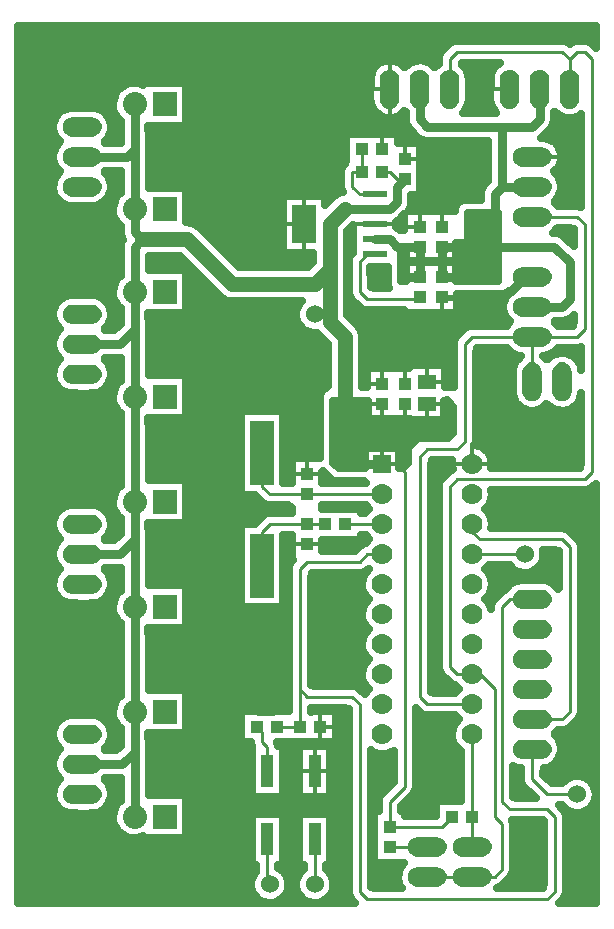
<source format=gtl>
G04 DipTrace 2.3.1.0*
%INTop.gbr*%
%MOIN*%
%ADD14C,0.01*%
%ADD15C,0.03*%
%ADD16C,0.05*%
%ADD17C,0.025*%
%ADD18C,0.013*%
%ADD19R,0.0394X0.1083*%
%ADD20R,0.0591X0.0512*%
%ADD21R,0.0394X0.0433*%
%ADD22R,0.0433X0.0394*%
%ADD25C,0.08*%
%ADD26R,0.08X0.08*%
%ADD29C,0.06*%
%ADD31R,0.0591X0.0591*%
%ADD32C,0.07*%
%ADD33R,0.0787X0.0236*%
%ADD34R,0.0787X0.126*%
%ADD35R,0.0787X0.2165*%
%FSLAX44Y44*%
G04*
G70*
G90*
G75*
G01*
%LNTop*%
%LPD*%
X16440Y28690D2*
D14*
X16690D1*
X16940Y28440D1*
X17190D1*
X16190Y27440D2*
D15*
X16690D1*
X16940Y27690D1*
Y28190D1*
X17190Y28440D1*
X16190Y27440D2*
X15190D1*
D16*
X14690Y26940D1*
Y25440D1*
Y23690D1*
X15190Y23190D1*
Y19190D1*
D15*
X15440Y18940D1*
X16440D1*
X8190Y27440D2*
Y26690D1*
X8440Y26440D1*
D16*
X9940D1*
X11440Y24940D1*
X14190D1*
X14690Y25440D1*
X6440Y22940D2*
D15*
X7690D1*
X8190Y23440D1*
Y24690D1*
X6440Y29190D2*
X7940D1*
X8190Y29440D1*
Y30940D1*
X6440Y15940D2*
X7690D1*
X8190Y16440D1*
Y17690D1*
X14190Y23940D2*
D14*
X14440D1*
X14690Y23690D1*
X8190Y27440D2*
D15*
Y29440D1*
X8440Y26440D2*
X8190Y26190D1*
Y24690D1*
Y21190D1*
Y17690D1*
X8263Y14263D2*
D14*
X8190Y14190D1*
D15*
Y16440D1*
Y14190D2*
Y10690D1*
Y9350D1*
Y7190D1*
X6440Y8940D2*
X7780D1*
X8190Y9350D1*
X16440Y18940D2*
D14*
X16940D1*
X17190Y18690D1*
Y8190D1*
X16690Y7690D1*
Y6859D1*
X18440D1*
X18771Y7190D1*
X21440Y25190D2*
X21190D1*
D15*
X20690Y24690D1*
D14*
X19190D1*
X18940Y24440D1*
X18521D1*
X18440Y24521D1*
X21440Y9440D2*
Y8440D1*
X21940Y7940D1*
X22940D1*
X16690Y6190D2*
X17940D1*
X14521Y16940D2*
X13940D1*
X12440Y15565D2*
Y16690D1*
X12690Y16940D1*
X13940D1*
X12615Y6440D2*
Y5015D1*
X12690Y4940D1*
X14190Y6440D2*
Y4940D1*
X16190Y27940D2*
X15690D1*
X15440Y28190D1*
Y28690D1*
X15771D1*
Y29440D2*
Y28690D1*
X16190Y25940D2*
X15940D1*
X15690Y25690D1*
Y24690D1*
X15940Y24440D1*
X17609D1*
X17690Y24521D1*
X12615Y8704D2*
Y9515D1*
X12440Y9690D1*
Y10021D1*
X12271Y10190D1*
X21440Y10440D2*
X22440D1*
X22690Y10690D1*
Y16190D1*
X22440Y16440D1*
X19690D1*
X19440Y16690D1*
Y16948D1*
X19432Y16940D1*
Y15940D2*
X21190D1*
X12940Y10190D2*
X13690D1*
Y11436D1*
Y15440D1*
X13940Y15690D1*
X15690D1*
X15940Y15940D1*
X16440D1*
X21440Y14440D2*
X20690D1*
X20440Y14190D1*
Y7690D1*
X20690Y7440D1*
X21940D1*
X22190Y7190D1*
Y4690D1*
X21940Y4440D1*
X15940D1*
X15690Y4690D1*
Y10940D1*
X15440Y11190D1*
X13936D1*
X13690Y11436D1*
X15190Y16940D2*
X16440D1*
X12440Y19305D2*
Y18190D1*
X12690Y17940D1*
X13940D1*
X16440D1*
X17940Y5190D2*
X19440D1*
X18690Y31440D2*
Y32440D1*
X18940Y32690D1*
X22440D1*
X22690Y32440D1*
Y31440D1*
Y32440D2*
X22940Y32690D1*
X23190D1*
X23440Y32440D1*
Y18690D1*
X23190Y18440D1*
X18940D1*
X18690Y18190D1*
Y12190D1*
X18940Y11940D1*
X19432D1*
X19440Y5190D2*
X20190D1*
X20440Y5440D1*
Y6940D1*
X20190Y7190D1*
Y11440D1*
X19690Y11940D1*
X19432D1*
X21440Y27190D2*
X22940D1*
X23190Y26940D1*
Y23440D1*
X22940Y23190D1*
X21440D1*
X19440D1*
X19190Y22940D1*
Y19690D1*
X18940Y19440D1*
X17940D1*
X17690Y19190D1*
Y11190D1*
X17940Y10940D1*
X19432D1*
X21440Y23190D2*
Y21690D1*
X19440Y7190D2*
Y6190D1*
X19432Y9940D2*
Y7198D1*
X19440Y7190D1*
X16190Y26440D2*
D15*
X16690D1*
X16940Y26190D1*
X17690D1*
X21440Y28190D2*
X20440D1*
X20190Y27940D1*
Y26198D1*
X22182D1*
X22690Y25690D1*
Y24440D1*
X22440Y24190D1*
X21440D1*
X20440Y28190D2*
Y30190D1*
X21440D1*
X21690Y30440D1*
Y31440D1*
X20440Y30190D2*
X17940D1*
X17690Y30440D1*
Y31440D1*
X14840Y20816D2*
D17*
X15952D1*
X18526D2*
X18790D1*
X14840Y20568D2*
X15952D1*
X18526D2*
X18790D1*
X14840Y20319D2*
X18790D1*
X14840Y20070D2*
X18790D1*
X14840Y19822D2*
X18620D1*
X14840Y19573D2*
X17370D1*
X14840Y19324D2*
X15854D1*
X17026D2*
X17292D1*
X14840Y19075D2*
X15854D1*
X17026D2*
X17292D1*
X15006Y18827D2*
X15854D1*
X17026D2*
X17127D1*
X18500Y21065D2*
Y20419D1*
X17380D1*
X17377Y20458D1*
X15978D1*
Y21065D1*
X14815D1*
Y18991D1*
X14994Y18813D1*
X15881Y18815D1*
X15880Y19500D1*
X17000D1*
Y18815D1*
X17139D1*
X17317Y18994D1*
Y19443D1*
X17352Y19528D1*
X17605Y19779D1*
X17690Y19815D1*
X18639D1*
X18817Y19994D1*
X18815Y20866D1*
X18616Y21067D1*
X18499Y21065D1*
X17940Y20940D2*
D18*
Y20420D1*
Y20940D2*
X18500D1*
X17190D2*
Y20459D1*
X16440Y20940D2*
Y20459D1*
X15979Y20940D2*
X16440D1*
Y19500D2*
Y18940D1*
X15880D2*
X17000D1*
X19338Y27066D2*
D17*
X20290D1*
X19338Y26818D2*
X20290D1*
X19338Y26569D2*
X20290D1*
X19252Y26320D2*
X20290D1*
X17092Y26072D2*
X17201D1*
X18928D2*
X20290D1*
X17090Y25823D2*
X17202D1*
X18928D2*
X20290D1*
X17090Y25574D2*
X17202D1*
X18928D2*
X20290D1*
X17090Y25325D2*
X17202D1*
X18928D2*
X20290D1*
X17090Y25077D2*
X17202D1*
X18928D2*
X20290D1*
X18152Y25709D2*
X17228Y25708D1*
Y26178D1*
X17163Y26120D1*
X17062Y26071D1*
X17065Y25690D1*
Y25065D1*
X17225D1*
X17228Y25308D1*
Y25672D1*
X18902D1*
Y25065D1*
X20315D1*
Y27315D1*
X19315D1*
Y26440D1*
X19254Y26335D1*
X19190Y26315D1*
X18905D1*
X18902Y26072D1*
Y25708D1*
X17978Y25709D1*
Y25672D1*
X18153D1*
X17690Y26190D2*
D15*
Y25709D1*
X17229Y26190D2*
X17690D1*
X18440D2*
Y25709D1*
Y26190D2*
X18901D1*
X18440Y25671D2*
Y25190D1*
X18901D1*
X17690Y25671D2*
Y25190D1*
X17229D2*
X17690D1*
X4340Y33316D2*
D17*
X23542D1*
X4340Y33068D2*
X23542D1*
X4340Y32819D2*
X18526D1*
X4340Y32570D2*
X18323D1*
X4340Y32322D2*
X16347D1*
X17033D2*
X17347D1*
X18033D2*
X18300D1*
X19111D2*
X20347D1*
X4340Y32073D2*
X16108D1*
X19272D2*
X20108D1*
X4340Y31824D2*
X16030D1*
X19350D2*
X20030D1*
X4340Y31575D2*
X7839D1*
X9932D2*
X16022D1*
X19358D2*
X20022D1*
X4340Y31327D2*
X7565D1*
X9932D2*
X16022D1*
X19358D2*
X20022D1*
X4340Y31078D2*
X7464D1*
X9932D2*
X16026D1*
X19354D2*
X20026D1*
X4340Y30829D2*
X6058D1*
X6822D2*
X7460D1*
X9932D2*
X16097D1*
X19283D2*
X20097D1*
X4340Y30581D2*
X5585D1*
X7295D2*
X7546D1*
X9932D2*
X16311D1*
X17069D2*
X17198D1*
X22182D2*
X22311D1*
X4340Y30332D2*
X5464D1*
X7416D2*
X7698D1*
X9932D2*
X17214D1*
X22166D2*
X23050D1*
X4340Y30083D2*
X5456D1*
X7424D2*
X7698D1*
X8682D2*
X17362D1*
X22018D2*
X23050D1*
X4340Y29835D2*
X5558D1*
X7322D2*
X7698D1*
X8682D2*
X15214D1*
X16998D2*
X17616D1*
X21764D2*
X23050D1*
X4340Y29586D2*
X5593D1*
X8682D2*
X15214D1*
X17729D2*
X19948D1*
X22287D2*
X23050D1*
X4340Y29337D2*
X5468D1*
X8682D2*
X15214D1*
X17729D2*
X19948D1*
X22412D2*
X23050D1*
X4340Y29089D2*
X5456D1*
X8682D2*
X15214D1*
X17729D2*
X19948D1*
X22424D2*
X23050D1*
X4340Y28840D2*
X5554D1*
X8682D2*
X15081D1*
X17729D2*
X19948D1*
X22326D2*
X23050D1*
X4340Y28591D2*
X5597D1*
X7283D2*
X7698D1*
X8682D2*
X15050D1*
X17729D2*
X19948D1*
X22283D2*
X23050D1*
X4340Y28343D2*
X5468D1*
X7412D2*
X7698D1*
X8682D2*
X15050D1*
X17729D2*
X19909D1*
X22412D2*
X23050D1*
X4340Y28094D2*
X5456D1*
X7424D2*
X7698D1*
X9932D2*
X15061D1*
X17729D2*
X19726D1*
X22424D2*
X23050D1*
X4340Y27845D2*
X5550D1*
X7330D2*
X7577D1*
X9932D2*
X13093D1*
X14561D2*
X14772D1*
X17432D2*
X19698D1*
X22330D2*
X23050D1*
X4340Y27596D2*
X5847D1*
X7033D2*
X7468D1*
X9932D2*
X13093D1*
X17420D2*
X18894D1*
X22279D2*
X23050D1*
X4340Y27348D2*
X7456D1*
X9932D2*
X13093D1*
X4340Y27099D2*
X7538D1*
X9932D2*
X13093D1*
X17029D2*
X17150D1*
X4340Y26850D2*
X7698D1*
X10354D2*
X13093D1*
X16932D2*
X17151D1*
X4340Y26602D2*
X7710D1*
X10604D2*
X13093D1*
X15279D2*
X15456D1*
X22436D2*
X22800D1*
X4340Y26353D2*
X7729D1*
X10850D2*
X13093D1*
X15279D2*
X15456D1*
X22709D2*
X22800D1*
X4340Y26104D2*
X7698D1*
X11100D2*
X13093D1*
X15279D2*
X15456D1*
X4340Y25856D2*
X7698D1*
X8682D2*
X9702D1*
X11350D2*
X14101D1*
X4340Y25607D2*
X7698D1*
X8682D2*
X9948D1*
X11596D2*
X14034D1*
X4340Y25358D2*
X7698D1*
X9932D2*
X10198D1*
X16080D2*
X16601D1*
X4340Y25110D2*
X7585D1*
X9932D2*
X10448D1*
X16080D2*
X16601D1*
X4340Y24861D2*
X7472D1*
X9932D2*
X10694D1*
X16080D2*
X16608D1*
X4340Y24612D2*
X7456D1*
X9932D2*
X10944D1*
X18979D2*
X20612D1*
X4340Y24364D2*
X5616D1*
X7264D2*
X7530D1*
X9932D2*
X13718D1*
X15279D2*
X15476D1*
X18979D2*
X20476D1*
X4340Y24115D2*
X5476D1*
X7404D2*
X7698D1*
X9932D2*
X13577D1*
X15279D2*
X15749D1*
X18979D2*
X20452D1*
X4340Y23866D2*
X5452D1*
X7428D2*
X7698D1*
X8682D2*
X13554D1*
X15338D2*
X20534D1*
X4340Y23617D2*
X5534D1*
X7346D2*
X7686D1*
X8682D2*
X13640D1*
X15588D2*
X20616D1*
X22264D2*
X22800D1*
X4340Y23369D2*
X5620D1*
X8682D2*
X13936D1*
X15752D2*
X19077D1*
X4340Y23120D2*
X5479D1*
X8682D2*
X14436D1*
X15779D2*
X18847D1*
X4340Y22871D2*
X5452D1*
X8682D2*
X14601D1*
X15779D2*
X18800D1*
X4340Y22623D2*
X5534D1*
X8682D2*
X14601D1*
X15779D2*
X18800D1*
X19580D2*
X20800D1*
X22080D2*
X22222D1*
X22658D2*
X23050D1*
X4340Y22374D2*
X5624D1*
X7256D2*
X7698D1*
X8682D2*
X14601D1*
X15779D2*
X18800D1*
X19580D2*
X20886D1*
X4340Y22125D2*
X5479D1*
X7401D2*
X7698D1*
X8682D2*
X14601D1*
X15779D2*
X15900D1*
X18576D2*
X18800D1*
X19580D2*
X20788D1*
X4340Y21877D2*
X5452D1*
X7428D2*
X7698D1*
X9932D2*
X14601D1*
X15779D2*
X15900D1*
X18576D2*
X18800D1*
X19580D2*
X20772D1*
X4340Y21628D2*
X5530D1*
X7350D2*
X7601D1*
X9932D2*
X14601D1*
X15779D2*
X15900D1*
X18576D2*
X18800D1*
X19580D2*
X20772D1*
X4340Y21379D2*
X5788D1*
X7092D2*
X7476D1*
X9932D2*
X14413D1*
X19580D2*
X20772D1*
X4340Y21131D2*
X7452D1*
X9932D2*
X14351D1*
X19580D2*
X20819D1*
X4340Y20882D2*
X7519D1*
X9932D2*
X14351D1*
X19580D2*
X20999D1*
X21881D2*
X21998D1*
X22881D2*
X23050D1*
X4340Y20633D2*
X7698D1*
X9932D2*
X11706D1*
X13174D2*
X14351D1*
X19580D2*
X23050D1*
X4340Y20385D2*
X7698D1*
X8682D2*
X11706D1*
X13174D2*
X14351D1*
X19580D2*
X23050D1*
X4340Y20136D2*
X7698D1*
X8682D2*
X11706D1*
X13174D2*
X14351D1*
X19580D2*
X23050D1*
X4340Y19887D2*
X7698D1*
X8682D2*
X11706D1*
X13174D2*
X14351D1*
X19580D2*
X23050D1*
X4340Y19638D2*
X7698D1*
X8682D2*
X11706D1*
X13174D2*
X14351D1*
X19576D2*
X23050D1*
X4340Y19390D2*
X7698D1*
X8682D2*
X11706D1*
X13174D2*
X14351D1*
X19947D2*
X23050D1*
X4340Y19141D2*
X7698D1*
X8682D2*
X11706D1*
X13174D2*
X14351D1*
X20092D2*
X23050D1*
X4340Y18892D2*
X7698D1*
X8682D2*
X11706D1*
X13174D2*
X13401D1*
X18080D2*
X18745D1*
X20119D2*
X23050D1*
X4340Y18644D2*
X7698D1*
X8682D2*
X11706D1*
X13174D2*
X13401D1*
X18080D2*
X18604D1*
X4340Y18395D2*
X7698D1*
X9932D2*
X11706D1*
X13174D2*
X13401D1*
X14479D2*
X14804D1*
X18080D2*
X18362D1*
X4340Y18146D2*
X7616D1*
X9932D2*
X11706D1*
X18080D2*
X18300D1*
X23432D2*
X23542D1*
X4340Y17898D2*
X7479D1*
X9932D2*
X12190D1*
X18080D2*
X18300D1*
X20119D2*
X23542D1*
X4340Y17649D2*
X7452D1*
X9932D2*
X12444D1*
X18080D2*
X18300D1*
X20057D2*
X23542D1*
X4340Y17400D2*
X5644D1*
X7236D2*
X7511D1*
X9932D2*
X13401D1*
X15748D2*
X15936D1*
X18080D2*
X18300D1*
X19936D2*
X23542D1*
X4340Y17152D2*
X5491D1*
X7389D2*
X7694D1*
X9932D2*
X12362D1*
X18080D2*
X18300D1*
X20088D2*
X23542D1*
X4340Y16903D2*
X5452D1*
X7428D2*
X7698D1*
X8682D2*
X11706D1*
X18080D2*
X18300D1*
X20119D2*
X23542D1*
X4340Y16654D2*
X5519D1*
X7361D2*
X7698D1*
X8682D2*
X11706D1*
X18080D2*
X18300D1*
X22768D2*
X23542D1*
X4340Y16406D2*
X5651D1*
X7229D2*
X7472D1*
X8682D2*
X11706D1*
X13174D2*
X13401D1*
X14479D2*
X15940D1*
X18080D2*
X18300D1*
X23010D2*
X23542D1*
X4340Y16157D2*
X5491D1*
X8682D2*
X11706D1*
X13174D2*
X13401D1*
X14479D2*
X15616D1*
X18080D2*
X18300D1*
X23080D2*
X23542D1*
X4340Y15908D2*
X5452D1*
X8682D2*
X11706D1*
X13174D2*
X13401D1*
X18080D2*
X18300D1*
X21830D2*
X22300D1*
X23080D2*
X23542D1*
X4340Y15659D2*
X5515D1*
X8682D2*
X11706D1*
X13174D2*
X13374D1*
X18080D2*
X18300D1*
X21764D2*
X22300D1*
X23080D2*
X23542D1*
X4340Y15411D2*
X5655D1*
X7225D2*
X7698D1*
X8682D2*
X11706D1*
X13174D2*
X13300D1*
X18080D2*
X18300D1*
X19928D2*
X20851D1*
X21529D2*
X22300D1*
X23080D2*
X23542D1*
X4340Y15162D2*
X5491D1*
X7389D2*
X7698D1*
X8682D2*
X11706D1*
X13174D2*
X13300D1*
X14080D2*
X15788D1*
X18080D2*
X18300D1*
X20084D2*
X22300D1*
X23080D2*
X23542D1*
X4340Y14913D2*
X5452D1*
X7428D2*
X7698D1*
X8682D2*
X11706D1*
X13174D2*
X13300D1*
X14080D2*
X15749D1*
X18080D2*
X18300D1*
X20123D2*
X20659D1*
X22221D2*
X22297D1*
X23080D2*
X23542D1*
X4340Y14665D2*
X5511D1*
X7369D2*
X7632D1*
X9932D2*
X11706D1*
X13174D2*
X13300D1*
X14080D2*
X15811D1*
X18080D2*
X18300D1*
X20061D2*
X20374D1*
X23080D2*
X23542D1*
X4340Y14416D2*
X5726D1*
X7154D2*
X7487D1*
X9932D2*
X11706D1*
X13174D2*
X13300D1*
X14080D2*
X15952D1*
X18080D2*
X18300D1*
X19920D2*
X20128D1*
X23080D2*
X23542D1*
X4340Y14167D2*
X7452D1*
X9932D2*
X13300D1*
X14080D2*
X15792D1*
X18080D2*
X18300D1*
X23080D2*
X23542D1*
X4340Y13919D2*
X7503D1*
X9932D2*
X13300D1*
X14080D2*
X15749D1*
X18080D2*
X18300D1*
X23080D2*
X23542D1*
X4340Y13670D2*
X7675D1*
X9932D2*
X13300D1*
X14080D2*
X15808D1*
X18080D2*
X18300D1*
X23080D2*
X23542D1*
X4340Y13421D2*
X7698D1*
X8682D2*
X13300D1*
X14080D2*
X15956D1*
X18080D2*
X18300D1*
X23080D2*
X23542D1*
X4340Y13173D2*
X7698D1*
X8682D2*
X13300D1*
X14080D2*
X15792D1*
X18080D2*
X18300D1*
X23080D2*
X23542D1*
X4340Y12924D2*
X7698D1*
X8682D2*
X13300D1*
X14080D2*
X15749D1*
X18080D2*
X18300D1*
X23080D2*
X23542D1*
X4340Y12675D2*
X7698D1*
X8682D2*
X13300D1*
X14080D2*
X15804D1*
X18080D2*
X18300D1*
X23080D2*
X23542D1*
X4340Y12427D2*
X7698D1*
X8682D2*
X13300D1*
X14080D2*
X15964D1*
X18080D2*
X18300D1*
X23080D2*
X23542D1*
X4340Y12178D2*
X7698D1*
X8682D2*
X13300D1*
X14080D2*
X15796D1*
X18080D2*
X18300D1*
X23080D2*
X23542D1*
X4340Y11929D2*
X7698D1*
X8682D2*
X13300D1*
X14080D2*
X15749D1*
X18080D2*
X18409D1*
X23080D2*
X23542D1*
X4340Y11680D2*
X7698D1*
X8682D2*
X13300D1*
X14080D2*
X15804D1*
X18080D2*
X18659D1*
X23080D2*
X23542D1*
X4340Y11432D2*
X7698D1*
X8682D2*
X13300D1*
X15740D2*
X15968D1*
X18080D2*
X18960D1*
X23080D2*
X23542D1*
X4340Y11183D2*
X7647D1*
X9932D2*
X13300D1*
X23080D2*
X23542D1*
X4340Y10934D2*
X7495D1*
X9932D2*
X13300D1*
X23080D2*
X23542D1*
X4340Y10686D2*
X7448D1*
X9932D2*
X11714D1*
X14916D2*
X15300D1*
X23080D2*
X23542D1*
X4340Y10437D2*
X5686D1*
X7194D2*
X7495D1*
X9932D2*
X11714D1*
X14916D2*
X15300D1*
X17580D2*
X18964D1*
X22979D2*
X23542D1*
X4340Y10188D2*
X5503D1*
X7377D2*
X7655D1*
X9932D2*
X11714D1*
X14916D2*
X15300D1*
X17580D2*
X18792D1*
X22729D2*
X23542D1*
X4340Y9940D2*
X5452D1*
X7428D2*
X7698D1*
X8682D2*
X11714D1*
X14916D2*
X15300D1*
X17580D2*
X18741D1*
X22194D2*
X23542D1*
X4340Y9691D2*
X5503D1*
X7377D2*
X7698D1*
X8682D2*
X11714D1*
X14916D2*
X15300D1*
X17580D2*
X18792D1*
X22377D2*
X23542D1*
X4340Y9442D2*
X5686D1*
X7194D2*
X7601D1*
X8682D2*
X12077D1*
X13151D2*
X13651D1*
X14729D2*
X15300D1*
X17580D2*
X18968D1*
X22428D2*
X23542D1*
X4340Y9194D2*
X5503D1*
X8682D2*
X12077D1*
X13151D2*
X13651D1*
X14729D2*
X15300D1*
X16080D2*
X16800D1*
X17580D2*
X19042D1*
X22377D2*
X23542D1*
X4340Y8945D2*
X5452D1*
X8682D2*
X12077D1*
X13151D2*
X13651D1*
X14729D2*
X15300D1*
X16080D2*
X16800D1*
X17580D2*
X19042D1*
X22197D2*
X23542D1*
X4340Y8696D2*
X5503D1*
X8682D2*
X12077D1*
X13151D2*
X13651D1*
X14729D2*
X15300D1*
X16080D2*
X16800D1*
X17580D2*
X19042D1*
X20830D2*
X21050D1*
X21830D2*
X23542D1*
X4340Y8448D2*
X5679D1*
X7201D2*
X7698D1*
X8682D2*
X12077D1*
X13151D2*
X13651D1*
X14729D2*
X15300D1*
X16080D2*
X16800D1*
X17580D2*
X19042D1*
X20830D2*
X21050D1*
X21975D2*
X22569D1*
X23311D2*
X23542D1*
X4340Y8199D2*
X5507D1*
X7373D2*
X7698D1*
X8682D2*
X12077D1*
X13151D2*
X13651D1*
X14729D2*
X15300D1*
X16080D2*
X16659D1*
X17580D2*
X19042D1*
X20830D2*
X21140D1*
X4340Y7950D2*
X5452D1*
X7428D2*
X7698D1*
X8682D2*
X12077D1*
X13151D2*
X13651D1*
X14729D2*
X15300D1*
X16080D2*
X16409D1*
X17490D2*
X19042D1*
X20830D2*
X21390D1*
X4340Y7701D2*
X5499D1*
X7381D2*
X7667D1*
X9932D2*
X15300D1*
X16080D2*
X16300D1*
X17244D2*
X18214D1*
X4340Y7453D2*
X5671D1*
X7209D2*
X7499D1*
X9932D2*
X15300D1*
X16080D2*
X16300D1*
X17080D2*
X18214D1*
X23342D2*
X23542D1*
X4340Y7204D2*
X7452D1*
X9932D2*
X12077D1*
X13151D2*
X13651D1*
X14729D2*
X15300D1*
X22580D2*
X23542D1*
X4340Y6955D2*
X7491D1*
X9932D2*
X12077D1*
X13151D2*
X13651D1*
X14729D2*
X15300D1*
X20830D2*
X21800D1*
X22580D2*
X23542D1*
X4340Y6707D2*
X7640D1*
X9932D2*
X12077D1*
X13151D2*
X13651D1*
X14729D2*
X15300D1*
X20830D2*
X21800D1*
X22580D2*
X23542D1*
X4340Y6458D2*
X12077D1*
X13151D2*
X13651D1*
X14729D2*
X15300D1*
X20830D2*
X21800D1*
X22580D2*
X23542D1*
X4340Y6209D2*
X12077D1*
X13151D2*
X13651D1*
X14729D2*
X15300D1*
X20830D2*
X21800D1*
X22580D2*
X23542D1*
X4340Y5961D2*
X12077D1*
X13151D2*
X13651D1*
X14729D2*
X15300D1*
X20830D2*
X21800D1*
X22580D2*
X23542D1*
X4340Y5712D2*
X12077D1*
X13151D2*
X13651D1*
X14729D2*
X15300D1*
X20830D2*
X21800D1*
X22580D2*
X23542D1*
X4340Y5463D2*
X12226D1*
X13037D2*
X13800D1*
X14580D2*
X15300D1*
X16080D2*
X17011D1*
X20830D2*
X21800D1*
X22580D2*
X23542D1*
X4340Y5215D2*
X12116D1*
X13264D2*
X13616D1*
X14764D2*
X15300D1*
X16080D2*
X16952D1*
X20752D2*
X21800D1*
X22580D2*
X23542D1*
X4340Y4966D2*
X12050D1*
X13330D2*
X13550D1*
X14830D2*
X15300D1*
X16080D2*
X16995D1*
X20506D2*
X21800D1*
X22580D2*
X23542D1*
X4340Y4717D2*
X12093D1*
X13287D2*
X13593D1*
X14787D2*
X15300D1*
X22580D2*
X23542D1*
X4340Y4469D2*
X12269D1*
X13111D2*
X13769D1*
X14611D2*
X15374D1*
X22506D2*
X23542D1*
X13803Y7296D2*
X14702D1*
Y5584D1*
X14557D1*
X14555Y5436D1*
X14621Y5379D1*
X14700Y5283D1*
X14759Y5173D1*
X14794Y5054D1*
X14805Y4940D1*
X14792Y4816D1*
X14755Y4697D1*
X14694Y4588D1*
X14613Y4493D1*
X14514Y4417D1*
X14402Y4363D1*
X14281Y4332D1*
X14156Y4326D1*
X14033Y4345D1*
X13916Y4389D1*
X13811Y4456D1*
X13721Y4543D1*
X13650Y4646D1*
X13602Y4761D1*
X13578Y4883D1*
X13579Y5008D1*
X13605Y5130D1*
X13655Y5244D1*
X13728Y5346D1*
X13825Y5440D1*
Y5585D1*
X13678Y5584D1*
Y7296D1*
X13803D1*
X12228D2*
X13127D1*
Y5584D1*
X12983D1*
X12980Y5483D1*
X13121Y5379D1*
X13200Y5283D1*
X13259Y5173D1*
X13294Y5054D1*
X13305Y4940D1*
X13292Y4816D1*
X13255Y4697D1*
X13194Y4588D1*
X13113Y4493D1*
X13014Y4417D1*
X12902Y4363D1*
X12781Y4332D1*
X12656Y4326D1*
X12533Y4345D1*
X12416Y4389D1*
X12311Y4456D1*
X12221Y4543D1*
X12150Y4646D1*
X12102Y4761D1*
X12078Y4883D1*
X12079Y5008D1*
X12105Y5130D1*
X12155Y5244D1*
X12248Y5364D1*
X12250Y5581D1*
X12103Y5584D1*
Y7296D1*
X12228D1*
X18547Y21511D2*
X18550Y21505D1*
X18827D1*
X18825Y22940D1*
X18846Y23063D1*
X18917Y23182D1*
X19182Y23448D1*
X19284Y23520D1*
X19418Y23554D1*
X20590Y23555D1*
X20682Y23663D1*
X20686Y23714D1*
X20591Y23824D1*
X20536Y23919D1*
X20480Y24101D1*
X20478Y24246D1*
X20497Y24354D1*
X20571Y24529D1*
X20706Y24695D1*
X20672Y24727D1*
X20557Y24648D1*
X20440Y24625D1*
X18952D1*
Y23989D1*
X17178D1*
Y24079D1*
X16609Y24075D1*
X15940D1*
X15817Y24096D1*
X15698Y24167D1*
X15432Y24432D1*
X15360Y24534D1*
X15326Y24668D1*
X15325Y25690D1*
X15346Y25813D1*
X15417Y25932D1*
X15479Y25995D1*
X15481Y26373D1*
Y26873D1*
Y26933D1*
X15255Y26706D1*
Y23920D1*
X15590Y23590D1*
X15667Y23492D1*
X15722Y23380D1*
X15754Y23215D1*
X15755Y21506D1*
X15928Y21505D1*
Y22141D1*
X17330Y22142D1*
Y22259D1*
X18550D1*
Y21509D1*
X14222Y9679D2*
X13847Y9678D1*
X13703Y9560D1*
X14702D1*
Y7847D1*
X13678D1*
Y9560D1*
X13703D1*
X14451Y17472D2*
X14452Y17452D1*
X15052D1*
X15722D1*
Y17307D1*
X15881Y17305D1*
X16001Y17437D1*
X15888Y17574D1*
X14452Y17575D1*
Y16430D2*
X14448Y16408D1*
X14452Y16327D1*
Y16055D1*
X15538D1*
X15682Y16198D1*
X15801Y16277D1*
X15898Y16325D1*
X16001Y16437D1*
X15888Y16574D1*
X15725Y16575D1*
X15722Y16428D1*
X14658Y16432D1*
X14552Y16428D1*
X14452Y16427D1*
Y16402D1*
X14451Y18472D2*
X14452Y18304D1*
X15881Y18305D1*
X15900Y18328D1*
X15830Y18330D1*
Y18373D1*
X14940Y18375D1*
X14818Y18399D1*
X14717Y18467D1*
X14460Y18726D1*
X14452Y18691D1*
Y18316D1*
X17178Y26755D2*
Y27271D1*
X17019Y27111D1*
X16899Y27023D1*
Y26854D1*
X17026Y26762D1*
X17033Y26755D1*
X17178D1*
X19033Y7702D2*
X19063D1*
X19067Y8573D1*
Y9381D1*
X18923Y9513D1*
X18852Y9615D1*
X18801Y9730D1*
X18773Y9851D1*
X18768Y9976D1*
X18786Y10099D1*
X18828Y10217D1*
X18890Y10325D1*
X18993Y10437D1*
X18881Y10574D1*
X17940Y10575D1*
X17817Y10596D1*
X17698Y10667D1*
X17558Y10806D1*
X17555Y8940D1*
Y8190D1*
X17534Y8067D1*
X17463Y7948D1*
X17053Y7537D1*
X17055Y7389D1*
X17202Y7391D1*
Y7223D1*
X18241Y7224D1*
X18239Y7702D1*
X18989D1*
X17175Y5658D2*
X16178D1*
X16182Y6722D1*
X16178Y6828D1*
Y7391D1*
X16323D1*
X16325Y7690D1*
X16346Y7813D1*
X16417Y7932D1*
X16827Y8343D1*
X16825Y9397D1*
X16725Y9339D1*
X16608Y9297D1*
X16485Y9276D1*
X16360Y9280D1*
X16238Y9306D1*
X16123Y9355D1*
X16055Y9401D1*
Y4842D1*
X16190Y4805D1*
X17108D1*
X17049Y4889D1*
X16997Y5025D1*
X16978Y5133D1*
X16988Y5323D1*
X17035Y5460D1*
X17090Y5555D1*
X17164Y5643D1*
X13472Y9679D2*
X13097Y9678D1*
X12978Y9560D1*
X13127D1*
Y7847D1*
X12103D1*
Y9552D1*
X12075Y9674D1*
X11739Y9678D1*
Y10702D1*
X12802Y10698D1*
X12908Y10702D1*
X13326D1*
X13325Y15440D1*
X13346Y15563D1*
X13417Y15682D1*
X13473Y15740D1*
X13428Y15739D1*
Y16576D1*
X13147Y16575D1*
X13149Y14167D1*
X11731D1*
Y16963D1*
X12196D1*
X12432Y17198D1*
X12534Y17270D1*
X12668Y17304D1*
X13428Y17305D1*
X13432Y17472D1*
X13315Y17575D1*
X12690D1*
X12567Y17596D1*
X12448Y17667D1*
X12207Y17907D1*
X11731D1*
Y20703D1*
X13149D1*
Y18308D1*
X13428Y18305D1*
Y19141D1*
X14376D1*
X14375Y21190D1*
X14399Y21312D1*
X14469Y21415D1*
X14581Y21485D1*
X14625Y21565D1*
Y22960D1*
X14288Y23294D1*
X14259Y23326D1*
X14156D1*
X14033Y23345D1*
X13916Y23389D1*
X13811Y23456D1*
X13721Y23543D1*
X13650Y23646D1*
X13602Y23761D1*
X13578Y23883D1*
X13579Y24008D1*
X13605Y24130D1*
X13655Y24244D1*
X13728Y24346D1*
X13759Y24375D1*
X11440D1*
X11316Y24389D1*
X11198Y24429D1*
X11059Y24523D1*
X9706Y25875D1*
X8655D1*
Y25405D1*
X9905D1*
Y23975D1*
X8651D1*
X8655Y23565D1*
Y21905D1*
X9905D1*
Y20475D1*
X8651D1*
X8655Y20065D1*
Y18405D1*
X9905D1*
Y16975D1*
X8651D1*
X8655Y16565D1*
Y14905D1*
X9905D1*
Y13475D1*
X8651D1*
X8655Y13065D1*
Y11405D1*
X9905D1*
Y9975D1*
X8651D1*
X8655Y9565D1*
Y7908D1*
X9475Y7905D1*
X9905D1*
Y6475D1*
X8475D1*
Y6534D1*
X8313Y6486D1*
X8188Y6475D1*
X8064Y6486D1*
X7943Y6519D1*
X7830Y6572D1*
X7728Y6644D1*
X7640Y6733D1*
X7569Y6835D1*
X7517Y6949D1*
X7485Y7069D1*
X7475Y7194D1*
X7487Y7318D1*
X7520Y7438D1*
X7573Y7551D1*
X7645Y7653D1*
X7726Y7733D1*
X7725Y8475D1*
X7200Y8469D1*
X7194Y8416D1*
X7289Y8306D1*
X7344Y8211D1*
X7400Y8029D1*
X7402Y7884D1*
X7383Y7776D1*
X7309Y7601D1*
X7217Y7488D1*
X7134Y7418D1*
X6964Y7331D1*
X6819Y7304D1*
X6516Y7299D1*
X6060Y7304D1*
X5874Y7346D1*
X5747Y7417D1*
X5664Y7487D1*
X5549Y7639D1*
X5497Y7775D1*
X5478Y7883D1*
X5488Y8073D1*
X5535Y8210D1*
X5590Y8305D1*
X5682Y8413D1*
X5686Y8464D1*
X5591Y8574D1*
X5536Y8669D1*
X5480Y8851D1*
X5478Y8996D1*
X5497Y9104D1*
X5571Y9279D1*
X5682Y9413D1*
X5686Y9464D1*
X5591Y9574D1*
X5536Y9669D1*
X5480Y9851D1*
X5478Y9996D1*
X5497Y10104D1*
X5571Y10279D1*
X5663Y10392D1*
X5746Y10462D1*
X5916Y10549D1*
X6061Y10576D1*
X6364Y10581D1*
X6820Y10576D1*
X7006Y10534D1*
X7133Y10463D1*
X7216Y10393D1*
X7331Y10241D1*
X7383Y10105D1*
X7402Y9997D1*
X7392Y9807D1*
X7345Y9670D1*
X7290Y9575D1*
X7198Y9467D1*
X7194Y9416D1*
X7440Y9405D1*
X7585D1*
X7725Y9542D1*
Y10150D1*
X7640Y10233D1*
X7569Y10335D1*
X7517Y10449D1*
X7485Y10569D1*
X7475Y10694D1*
X7487Y10818D1*
X7520Y10938D1*
X7573Y11051D1*
X7645Y11153D1*
X7726Y11233D1*
X7725Y13647D1*
X7640Y13733D1*
X7569Y13835D1*
X7517Y13949D1*
X7485Y14069D1*
X7475Y14194D1*
X7487Y14318D1*
X7520Y14438D1*
X7573Y14551D1*
X7645Y14653D1*
X7726Y14733D1*
X7725Y15475D1*
X7202D1*
X7194Y15416D1*
X7289Y15306D1*
X7344Y15211D1*
X7400Y15029D1*
X7402Y14884D1*
X7383Y14776D1*
X7309Y14601D1*
X7217Y14488D1*
X7134Y14418D1*
X6964Y14331D1*
X6819Y14304D1*
X6516Y14299D1*
X6060Y14304D1*
X5874Y14346D1*
X5747Y14417D1*
X5664Y14487D1*
X5549Y14639D1*
X5497Y14775D1*
X5478Y14883D1*
X5488Y15073D1*
X5535Y15210D1*
X5590Y15305D1*
X5682Y15413D1*
X5686Y15464D1*
X5591Y15574D1*
X5536Y15669D1*
X5480Y15851D1*
X5478Y15996D1*
X5497Y16104D1*
X5571Y16279D1*
X5682Y16413D1*
X5686Y16464D1*
X5591Y16574D1*
X5536Y16669D1*
X5480Y16851D1*
X5478Y16996D1*
X5497Y17104D1*
X5571Y17279D1*
X5663Y17392D1*
X5746Y17462D1*
X5916Y17549D1*
X6061Y17576D1*
X6364Y17581D1*
X6820Y17576D1*
X7006Y17534D1*
X7133Y17463D1*
X7216Y17393D1*
X7331Y17241D1*
X7383Y17105D1*
X7402Y16997D1*
X7392Y16807D1*
X7345Y16670D1*
X7290Y16575D1*
X7198Y16467D1*
X7194Y16416D1*
X7440Y16405D1*
X7499D1*
X7723Y16631D1*
X7725Y17147D1*
X7640Y17233D1*
X7569Y17335D1*
X7517Y17449D1*
X7485Y17569D1*
X7475Y17694D1*
X7487Y17818D1*
X7520Y17938D1*
X7573Y18051D1*
X7645Y18153D1*
X7726Y18233D1*
X7725Y20647D1*
X7640Y20733D1*
X7569Y20835D1*
X7517Y20949D1*
X7485Y21069D1*
X7475Y21194D1*
X7487Y21318D1*
X7520Y21438D1*
X7573Y21551D1*
X7645Y21653D1*
X7726Y21733D1*
X7725Y22475D1*
X7202D1*
X7194Y22416D1*
X7289Y22306D1*
X7344Y22211D1*
X7400Y22029D1*
X7402Y21884D1*
X7383Y21776D1*
X7309Y21601D1*
X7217Y21488D1*
X7134Y21418D1*
X6964Y21331D1*
X6819Y21304D1*
X6516Y21299D1*
X6060Y21304D1*
X5874Y21346D1*
X5747Y21417D1*
X5664Y21487D1*
X5549Y21639D1*
X5497Y21775D1*
X5478Y21883D1*
X5488Y22073D1*
X5535Y22210D1*
X5590Y22305D1*
X5682Y22413D1*
X5686Y22464D1*
X5591Y22574D1*
X5536Y22669D1*
X5480Y22851D1*
X5478Y22996D1*
X5497Y23104D1*
X5571Y23279D1*
X5682Y23413D1*
X5686Y23464D1*
X5591Y23574D1*
X5536Y23669D1*
X5480Y23851D1*
X5478Y23996D1*
X5497Y24104D1*
X5571Y24279D1*
X5663Y24392D1*
X5746Y24462D1*
X5916Y24549D1*
X6061Y24576D1*
X6364Y24581D1*
X6820Y24576D1*
X7006Y24534D1*
X7133Y24463D1*
X7216Y24393D1*
X7331Y24241D1*
X7383Y24105D1*
X7402Y23997D1*
X7392Y23807D1*
X7345Y23670D1*
X7290Y23575D1*
X7198Y23467D1*
X7194Y23416D1*
X7440Y23405D1*
X7499D1*
X7723Y23631D1*
X7725Y24147D1*
X7640Y24233D1*
X7569Y24335D1*
X7517Y24449D1*
X7485Y24569D1*
X7475Y24694D1*
X7487Y24818D1*
X7520Y24938D1*
X7573Y25051D1*
X7645Y25153D1*
X7726Y25233D1*
X7725Y26190D1*
X7742Y26314D1*
X7793Y26431D1*
X7739Y26576D1*
X7725Y26690D1*
Y26897D1*
X7640Y26983D1*
X7569Y27085D1*
X7517Y27199D1*
X7485Y27319D1*
X7475Y27444D1*
X7487Y27568D1*
X7520Y27688D1*
X7573Y27801D1*
X7645Y27903D1*
X7726Y27983D1*
X7725Y28725D1*
X7202D1*
X7194Y28666D1*
X7289Y28556D1*
X7344Y28461D1*
X7400Y28279D1*
X7402Y28134D1*
X7383Y28026D1*
X7309Y27851D1*
X7217Y27738D1*
X7134Y27668D1*
X6964Y27581D1*
X6819Y27554D1*
X6516Y27549D1*
X6060Y27554D1*
X5874Y27596D1*
X5747Y27667D1*
X5664Y27737D1*
X5549Y27889D1*
X5497Y28025D1*
X5478Y28133D1*
X5488Y28323D1*
X5535Y28460D1*
X5590Y28555D1*
X5682Y28663D1*
X5686Y28714D1*
X5591Y28824D1*
X5536Y28919D1*
X5480Y29101D1*
X5478Y29246D1*
X5497Y29354D1*
X5571Y29529D1*
X5682Y29663D1*
X5686Y29714D1*
X5591Y29824D1*
X5536Y29919D1*
X5480Y30101D1*
X5478Y30246D1*
X5497Y30354D1*
X5571Y30529D1*
X5663Y30642D1*
X5746Y30712D1*
X5916Y30799D1*
X6061Y30826D1*
X6364Y30831D1*
X6820Y30826D1*
X7006Y30784D1*
X7133Y30713D1*
X7216Y30643D1*
X7331Y30491D1*
X7383Y30355D1*
X7402Y30247D1*
X7392Y30057D1*
X7345Y29920D1*
X7290Y29825D1*
X7198Y29717D1*
X7194Y29666D1*
X7440Y29655D1*
X7725D1*
Y30397D1*
X7640Y30483D1*
X7569Y30585D1*
X7517Y30699D1*
X7485Y30819D1*
X7475Y30944D1*
X7487Y31068D1*
X7520Y31188D1*
X7573Y31301D1*
X7645Y31403D1*
X7734Y31491D1*
X7837Y31562D1*
X7950Y31614D1*
X8071Y31645D1*
X8196Y31655D1*
X8320Y31643D1*
X8472Y31595D1*
X8475Y31655D1*
X9905D1*
Y30225D1*
X8651D1*
X8655Y29815D1*
Y28155D1*
X9905D1*
Y27003D1*
X10064Y26991D1*
X10182Y26951D1*
X10321Y26857D1*
X11674Y25505D1*
X13960D1*
X14125Y25674D1*
Y25999D1*
X13986Y25995D1*
X13119D1*
Y27885D1*
X14536D1*
Y27586D1*
X14790Y27840D1*
X14888Y27917D1*
X15000Y27972D1*
X15125Y28001D1*
X15077Y28157D1*
X15075Y28690D1*
X15096Y28813D1*
X15160Y28923D1*
X15196Y28961D1*
X15239Y29053D1*
X15243Y29202D1*
X15239Y29303D1*
Y29952D1*
X16302Y29948D1*
X16383Y29952D1*
X16972D1*
Y29640D1*
X17702Y29641D1*
Y27908D1*
X17401D1*
X17405Y27690D1*
X17388Y27566D1*
X17322Y27425D1*
X17328Y27391D1*
X18876D1*
X18875Y27440D1*
X18899Y27562D1*
X18969Y27665D1*
X19073Y27732D1*
X19190Y27755D1*
X19725D1*
Y27940D1*
X19742Y28064D1*
X19791Y28178D1*
X19861Y28269D1*
X19974Y28382D1*
X19975Y29725D1*
X17940D1*
X17816Y29742D1*
X17702Y29791D1*
X17611Y29861D1*
X17361Y30111D1*
X17286Y30210D1*
X17239Y30326D1*
X17225Y30440D1*
X17219Y30680D1*
X17185Y30706D1*
X17085Y30615D1*
X16993Y30550D1*
X16831Y30489D1*
X16747Y30478D1*
X16584Y30482D1*
X16456Y30522D1*
X16353Y30569D1*
X16220Y30680D1*
X16168Y30746D1*
X16090Y30890D1*
X16060Y31021D1*
X16049Y31139D1*
X16054Y31820D1*
X16086Y31980D1*
X16148Y32099D1*
X16212Y32193D1*
X16344Y32305D1*
X16419Y32344D1*
X16573Y32396D1*
X16708Y32402D1*
X16820Y32393D1*
X16983Y32335D1*
X17055Y32290D1*
X17177Y32183D1*
X17214Y32194D1*
X17324Y32289D1*
X17419Y32344D1*
X17601Y32400D1*
X17746Y32402D1*
X17854Y32383D1*
X18029Y32309D1*
X18163Y32198D1*
X18214Y32194D1*
X18326Y32291D1*
X18325Y32440D1*
X18346Y32563D1*
X18417Y32682D1*
X18682Y32948D1*
X18784Y33020D1*
X18918Y33054D1*
X22440Y33055D1*
X22563Y33034D1*
X22687Y32959D1*
X22797Y33026D1*
X22940Y33055D1*
X23190D1*
X23313Y33034D1*
X23432Y32963D1*
X23567Y32829D1*
X23565Y33565D1*
X4315D1*
Y4315D1*
X15545D1*
X15432Y4432D1*
X15360Y4534D1*
X15326Y4668D1*
X15325Y10788D1*
X15190Y10825D1*
X14053D1*
X14055Y10698D1*
X14203Y10702D1*
X14891D1*
Y9678D1*
X13158Y9682D1*
X12944Y9678D1*
X12952Y9654D1*
X21792Y15816D2*
X21755Y15697D1*
X21694Y15588D1*
X21613Y15493D1*
X21514Y15417D1*
X21402Y15363D1*
X21281Y15332D1*
X21156Y15326D1*
X21033Y15345D1*
X20916Y15389D1*
X20811Y15456D1*
X20721Y15543D1*
X20696Y15578D1*
X20190Y15575D1*
X19991D1*
X19918Y15486D1*
X19868Y15442D1*
X19964Y15339D1*
X20029Y15233D1*
X20073Y15116D1*
X20097Y14940D1*
X20085Y14816D1*
X20051Y14696D1*
X19994Y14585D1*
X19918Y14486D1*
X19868Y14442D1*
X19964Y14339D1*
X20029Y14233D1*
X20075Y14105D1*
Y14190D1*
X20096Y14313D1*
X20167Y14432D1*
X20432Y14698D1*
X20585Y14799D1*
X20718Y14943D1*
X20844Y15019D1*
X20947Y15056D1*
X21114Y15081D1*
X21820Y15076D1*
X22006Y15034D1*
X22133Y14963D1*
X22216Y14893D1*
X22306Y14783D1*
X22325Y14815D1*
Y16038D1*
X22190Y16075D1*
X21788D1*
X21805Y15940D1*
X21792Y15816D1*
X23542Y7816D2*
X23505Y7697D1*
X23444Y7588D1*
X23363Y7493D1*
X23264Y7417D1*
X23152Y7363D1*
X23031Y7332D1*
X22906Y7326D1*
X22783Y7345D1*
X22666Y7389D1*
X22561Y7456D1*
X22471Y7543D1*
X22446Y7578D1*
X22319Y7575D1*
X22448Y7448D1*
X22520Y7346D1*
X22554Y7212D1*
X22555Y4690D1*
X22534Y4567D1*
X22463Y4448D1*
X22329Y4313D1*
X23565Y4315D1*
Y18295D1*
X23448Y18182D1*
X23346Y18110D1*
X23212Y18076D1*
X20085Y18075D1*
X20097Y17940D1*
X20085Y17816D1*
X20051Y17696D1*
X19994Y17585D1*
X19918Y17486D1*
X19868Y17442D1*
X19964Y17339D1*
X20029Y17233D1*
X20073Y17116D1*
X20097Y16940D1*
X20082Y16804D1*
X22440Y16805D1*
X22563Y16784D1*
X22682Y16713D1*
X22948Y16448D1*
X23020Y16346D1*
X23054Y16212D1*
X23055Y10690D1*
X23034Y10567D1*
X22963Y10448D1*
X22698Y10182D1*
X22596Y10110D1*
X22462Y10076D1*
X22290Y10075D1*
X22198Y9967D1*
X22194Y9916D1*
X22289Y9806D1*
X22344Y9711D1*
X22400Y9529D1*
X22402Y9384D1*
X22383Y9276D1*
X22309Y9101D1*
X22217Y8988D1*
X22134Y8918D1*
X21964Y8831D1*
X21819Y8804D1*
X21805Y8690D1*
Y8592D1*
X22093Y8303D1*
X22444Y8305D1*
X22569Y8431D1*
X22676Y8495D1*
X22793Y8537D1*
X22917Y8555D1*
X23041Y8547D1*
X23162Y8514D1*
X23273Y8457D1*
X23371Y8379D1*
X23450Y8283D1*
X23509Y8173D1*
X23544Y8054D1*
X23555Y7940D1*
X23542Y7816D1*
X20062Y31869D2*
X20095Y32003D1*
X20180Y32154D1*
X20237Y32216D1*
X20364Y32318D1*
X20190Y32325D1*
X19092D1*
X19113Y32241D1*
X19195Y32160D1*
X19269Y32036D1*
X19306Y31933D1*
X19331Y31766D1*
X19326Y31060D1*
X19284Y30874D1*
X19213Y30747D1*
X19143Y30664D1*
X19134Y30656D1*
X20249Y30655D1*
X20190Y30714D1*
X20099Y30867D1*
X20074Y30947D1*
X20049Y31114D1*
X20054Y31820D1*
X20062Y31869D1*
X22890Y30510D2*
X22779Y30480D1*
X22634Y30478D1*
X22526Y30497D1*
X22351Y30571D1*
X22217Y30682D1*
X22166Y30686D1*
X22155Y30440D1*
X22138Y30316D1*
X22089Y30202D1*
X22019Y30111D1*
X21739Y29831D1*
X21845Y29822D1*
X21980Y29794D1*
X22099Y29732D1*
X22193Y29668D1*
X22305Y29536D1*
X22344Y29461D1*
X22396Y29307D1*
X22402Y29172D1*
X22393Y29060D1*
X22335Y28897D1*
X22290Y28825D1*
X22183Y28703D1*
X22194Y28666D1*
X22289Y28556D1*
X22344Y28461D1*
X22400Y28279D1*
X22402Y28134D1*
X22383Y28026D1*
X22309Y27851D1*
X22198Y27717D1*
X22194Y27666D1*
X22291Y27554D1*
X22940Y27555D1*
X23066Y27532D1*
X23075Y27565D1*
Y30608D1*
X22991Y30549D1*
X22890Y30510D1*
X22241Y26767D2*
X22160Y26685D1*
X22123Y26662D1*
X22306Y26646D1*
X22420Y26597D1*
X22511Y26527D1*
X22823Y26215D1*
X22825Y26788D1*
X22690Y26825D1*
X22290D1*
X22241Y26767D1*
X23075Y21303D2*
X23034Y21124D1*
X22963Y20997D1*
X22893Y20914D1*
X22741Y20799D1*
X22605Y20747D1*
X22497Y20728D1*
X22307Y20738D1*
X22170Y20785D1*
X22075Y20840D1*
X21967Y20932D1*
X21916Y20936D1*
X21806Y20841D1*
X21711Y20786D1*
X21529Y20730D1*
X21384Y20728D1*
X21276Y20747D1*
X21101Y20821D1*
X20988Y20913D1*
X20918Y20996D1*
X20831Y21166D1*
X20804Y21311D1*
X20799Y21614D1*
X20804Y22070D1*
X20846Y22256D1*
X20917Y22383D1*
X20987Y22466D1*
X21076Y22541D1*
X21060Y22554D1*
X20874Y22596D1*
X20747Y22667D1*
X20664Y22737D1*
X20589Y22826D1*
X19592Y22825D1*
X19555Y22690D1*
X19554Y19671D1*
X19548Y19595D1*
X19668Y19562D1*
X19780Y19507D1*
X19880Y19432D1*
X19964Y19339D1*
X20029Y19233D1*
X20073Y19116D1*
X20095Y18993D1*
X20093Y18865D1*
X20083Y18804D1*
X23038Y18805D1*
X23075Y18940D1*
Y21303D1*
X23051Y21173D1*
X23023Y21103D1*
X22045Y22515D2*
X22139Y22581D1*
X22275Y22633D1*
X22383Y22652D1*
X22573Y22642D1*
X22710Y22595D1*
X22805Y22540D1*
X22945Y22410D1*
X23019Y22286D1*
X23056Y22183D1*
X23075Y22077D1*
Y22850D1*
X22940Y22825D1*
X22290D1*
X22160Y22685D1*
X22036Y22611D1*
X21933Y22574D1*
X21819Y22554D1*
X21805Y22540D1*
X21913Y22448D1*
X21964Y22444D1*
X22045Y22515D1*
X22265Y23585D2*
X22291Y23554D1*
X22788Y23555D1*
X22825Y23690D1*
Y23920D1*
X22769Y23861D1*
X22670Y23786D1*
X22554Y23739D1*
X22440Y23725D1*
X22200Y23719D1*
X22194Y23666D1*
X22265Y23585D1*
X16005Y14439D2*
X15931Y14513D1*
X15860Y14615D1*
X15809Y14730D1*
X15781Y14851D1*
X15776Y14976D1*
X15794Y15099D1*
X15835Y15217D1*
X15898Y15325D1*
X16001Y15437D1*
X15948Y15432D1*
X15846Y15360D1*
X15712Y15326D1*
X14092Y15325D1*
X14055Y15190D1*
Y11585D1*
X14186Y11555D1*
X15440D1*
X15563Y11534D1*
X15682Y11463D1*
X15867Y11280D1*
X15979Y11420D1*
X16001Y11437D1*
X15931Y11513D1*
X15860Y11615D1*
X15809Y11730D1*
X15781Y11851D1*
X15776Y11976D1*
X15794Y12099D1*
X15835Y12217D1*
X15898Y12325D1*
X16001Y12437D1*
X15931Y12513D1*
X15860Y12615D1*
X15809Y12730D1*
X15781Y12851D1*
X15776Y12976D1*
X15794Y13099D1*
X15835Y13217D1*
X15898Y13325D1*
X16001Y13437D1*
X15931Y13513D1*
X15860Y13615D1*
X15809Y13730D1*
X15781Y13851D1*
X15776Y13976D1*
X15794Y14099D1*
X15835Y14217D1*
X15898Y14325D1*
X16001Y14437D1*
X18789Y18772D2*
X18768Y18901D1*
X18773Y19026D1*
X18781Y19076D1*
X18092Y19075D1*
X18055Y18940D1*
Y11342D1*
X18190Y11305D1*
X18874D1*
X18993Y11437D1*
X18923Y11513D1*
X18876Y11580D1*
X18817Y11596D1*
X18698Y11667D1*
X18432Y11932D1*
X18360Y12034D1*
X18326Y12168D1*
X18325Y18190D1*
X18346Y18313D1*
X18417Y18432D1*
X18682Y18698D1*
X18787Y18771D1*
X18696Y18711D1*
X20986Y8817D2*
X20874Y8846D1*
X20807Y8883D1*
X20805Y7842D1*
X20940Y7805D1*
X21561D1*
X21182Y8182D1*
X21110Y8284D1*
X21076Y8418D1*
X21075Y8803D1*
X20986Y8817D1*
X16621Y25507D2*
X16051D1*
X16055Y24940D1*
Y24842D1*
X16190Y24805D1*
X16655D1*
X16626Y24949D1*
X16625Y25506D1*
X21788Y7075D2*
X20780D1*
X20805Y6940D1*
Y5440D1*
X20784Y5317D1*
X20713Y5198D1*
X20448Y4932D1*
X20295Y4831D1*
X20273Y4805D1*
X21788D1*
X21825Y4940D1*
Y7038D1*
X14190Y9560D2*
D18*
Y7848D1*
X13679Y8704D2*
X14701D1*
X17940Y22258D2*
Y21688D1*
X18550D1*
X17190Y22140D2*
Y21609D1*
X16440Y22140D2*
Y21609D1*
X15929D2*
X16440D1*
X14359Y10701D2*
Y9679D1*
Y10190D2*
X14890D1*
X13429Y16271D2*
X14451D1*
X13940Y19140D2*
Y18609D1*
X13429D2*
X14451D1*
X17690Y27390D2*
Y26859D1*
X17179D2*
X17690D1*
X18440Y27390D2*
Y26859D1*
Y24521D2*
Y23990D1*
Y24521D2*
X18951D1*
X17190Y29640D2*
Y29109D1*
X17701D1*
X16440Y29951D2*
Y29440D1*
X20049Y31440D2*
X20690D1*
X16690Y32402D2*
Y30478D1*
X16049Y31440D2*
X16690D1*
X21440Y29190D2*
X22402D1*
X19432Y19605D2*
Y18940D1*
X18768D2*
X20097D1*
X15482Y26940D2*
X16898D1*
X13828Y27884D2*
Y25996D1*
X13120Y26940D2*
X13828D1*
D19*
X14190Y6440D3*
Y8704D3*
X12615D3*
Y6440D3*
D20*
X17940Y20940D3*
Y21688D3*
D21*
X17190Y20940D3*
Y21609D3*
X16440Y20940D3*
Y21609D3*
D22*
X13690Y10190D3*
X14359D3*
D21*
X13940Y16940D3*
Y16271D3*
Y17940D3*
Y18609D3*
X17690Y26190D3*
Y26859D3*
X18440Y26190D3*
Y26859D3*
Y25190D3*
Y24521D3*
X17190Y28440D3*
Y29109D3*
D25*
X8190Y7190D3*
D26*
X9190D3*
D25*
X8190Y10690D3*
D26*
X9190D3*
D25*
X8190Y14190D3*
D26*
X9190D3*
D25*
X8190Y17690D3*
D26*
X9190D3*
D25*
X8190Y21190D3*
D26*
X9190D3*
D25*
X8190Y24690D3*
D26*
X9190D3*
D25*
X8190Y27440D3*
D26*
X9190D3*
D25*
X8190Y30940D3*
D26*
X9190D3*
D22*
X19440Y7190D3*
X18771D3*
D21*
X16690Y6190D3*
Y6859D3*
D22*
X12940Y10190D3*
X12271D3*
X15190Y16940D3*
X14521D3*
X16440Y28690D3*
X15771D3*
D21*
X17690Y25190D3*
Y24521D3*
D22*
X15771Y29440D3*
X16440D3*
D29*
X21190Y15940D3*
X12690Y4940D3*
X14190D3*
X22940Y7940D3*
X14190Y23940D3*
G36*
X20364Y31766D2*
X20384Y31877D1*
X20440Y31975D1*
X20527Y32048D1*
X20633Y32087D1*
X20746D1*
X20853Y32048D1*
X20940Y31976D1*
X20996Y31878D1*
X21016Y31766D1*
Y31114D1*
X20996Y31003D1*
X20940Y30905D1*
X20853Y30832D1*
X20747Y30793D1*
X20634D1*
X20527Y30832D1*
X20440Y30904D1*
X20384Y31002D1*
X20364Y31114D1*
Y31766D1*
G37*
G36*
X21364D2*
X21384Y31877D1*
X21440Y31975D1*
X21527Y32048D1*
X21633Y32087D1*
X21746D1*
X21853Y32048D1*
X21940Y31976D1*
X21996Y31878D1*
X22016Y31766D1*
Y31114D1*
X21996Y31003D1*
X21940Y30905D1*
X21853Y30832D1*
X21747Y30793D1*
X21634D1*
X21527Y30832D1*
X21440Y30904D1*
X21384Y31002D1*
X21364Y31114D1*
Y31766D1*
G37*
G36*
X22364D2*
X22384Y31877D1*
X22440Y31975D1*
X22527Y32048D1*
X22633Y32087D1*
X22746D1*
X22853Y32048D1*
X22940Y31976D1*
X22996Y31878D1*
X23016Y31766D1*
Y31114D1*
X22996Y31003D1*
X22940Y30905D1*
X22853Y30832D1*
X22747Y30793D1*
X22634D1*
X22527Y30832D1*
X22440Y30904D1*
X22384Y31002D1*
X22364Y31114D1*
Y31766D1*
G37*
G36*
X16364D2*
X16384Y31877D1*
X16440Y31975D1*
X16527Y32048D1*
X16633Y32087D1*
X16746D1*
X16853Y32048D1*
X16940Y31976D1*
X16996Y31878D1*
X17016Y31766D1*
Y31114D1*
X16996Y31003D1*
X16940Y30905D1*
X16853Y30832D1*
X16747Y30793D1*
X16634D1*
X16527Y30832D1*
X16440Y30904D1*
X16384Y31002D1*
X16364Y31114D1*
Y31766D1*
G37*
G36*
X17364D2*
X17384Y31877D1*
X17440Y31975D1*
X17527Y32048D1*
X17633Y32087D1*
X17746D1*
X17853Y32048D1*
X17940Y31976D1*
X17996Y31878D1*
X18016Y31766D1*
Y31114D1*
X17996Y31003D1*
X17940Y30905D1*
X17853Y30832D1*
X17747Y30793D1*
X17634D1*
X17527Y30832D1*
X17440Y30904D1*
X17384Y31002D1*
X17364Y31114D1*
Y31766D1*
G37*
G36*
X18364D2*
X18384Y31877D1*
X18440Y31975D1*
X18527Y32048D1*
X18633Y32087D1*
X18746D1*
X18853Y32048D1*
X18940Y31976D1*
X18996Y31878D1*
X19016Y31766D1*
Y31114D1*
X18996Y31003D1*
X18940Y30905D1*
X18853Y30832D1*
X18747Y30793D1*
X18634D1*
X18527Y30832D1*
X18440Y30904D1*
X18384Y31002D1*
X18364Y31114D1*
Y31766D1*
G37*
G36*
X19114Y4864D2*
X19003Y4884D1*
X18905Y4940D1*
X18832Y5027D1*
X18793Y5133D1*
Y5246D1*
X18832Y5353D1*
X18904Y5440D1*
X19002Y5496D1*
X19114Y5516D1*
X19766D1*
X19877Y5496D1*
X19975Y5440D1*
X20048Y5353D1*
X20087Y5247D1*
Y5134D1*
X20048Y5027D1*
X19976Y4940D1*
X19878Y4884D1*
X19766Y4864D1*
X19114D1*
G37*
G36*
Y5864D2*
X19003Y5884D1*
X18905Y5940D1*
X18832Y6027D1*
X18793Y6133D1*
Y6246D1*
X18832Y6353D1*
X18904Y6440D1*
X19002Y6496D1*
X19114Y6516D1*
X19766D1*
X19877Y6496D1*
X19975Y6440D1*
X20048Y6353D1*
X20087Y6247D1*
Y6134D1*
X20048Y6027D1*
X19976Y5940D1*
X19878Y5884D1*
X19766Y5864D1*
X19114D1*
G37*
G36*
X18266Y6516D2*
X18377Y6496D1*
X18475Y6440D1*
X18548Y6353D1*
X18587Y6247D1*
Y6134D1*
X18548Y6027D1*
X18476Y5940D1*
X18378Y5884D1*
X18266Y5864D1*
X17614D1*
X17503Y5884D1*
X17405Y5940D1*
X17332Y6027D1*
X17293Y6133D1*
Y6246D1*
X17332Y6353D1*
X17404Y6440D1*
X17502Y6496D1*
X17614Y6516D1*
X18266D1*
G37*
G36*
Y5516D2*
X18377Y5496D1*
X18475Y5440D1*
X18548Y5353D1*
X18587Y5247D1*
Y5134D1*
X18548Y5027D1*
X18476Y4940D1*
X18378Y4884D1*
X18266Y4864D1*
X17614D1*
X17503Y4884D1*
X17405Y4940D1*
X17332Y5027D1*
X17293Y5133D1*
Y5246D1*
X17332Y5353D1*
X17404Y5440D1*
X17502Y5496D1*
X17614Y5516D1*
X18266D1*
G37*
G36*
X21766Y29516D2*
X21877Y29496D1*
X21975Y29440D1*
X22048Y29353D1*
X22087Y29247D1*
Y29134D1*
X22048Y29027D1*
X21976Y28940D1*
X21878Y28884D1*
X21766Y28864D1*
X21114D1*
X21003Y28884D1*
X20905Y28940D1*
X20832Y29027D1*
X20793Y29133D1*
Y29246D1*
X20832Y29353D1*
X20904Y29440D1*
X21002Y29496D1*
X21114Y29516D1*
X21766D1*
G37*
G36*
Y28516D2*
X21877Y28496D1*
X21975Y28440D1*
X22048Y28353D1*
X22087Y28247D1*
Y28134D1*
X22048Y28027D1*
X21976Y27940D1*
X21878Y27884D1*
X21766Y27864D1*
X21114D1*
X21003Y27884D1*
X20905Y27940D1*
X20832Y28027D1*
X20793Y28133D1*
Y28246D1*
X20832Y28353D1*
X20904Y28440D1*
X21002Y28496D1*
X21114Y28516D1*
X21766D1*
G37*
G36*
Y27516D2*
X21877Y27496D1*
X21975Y27440D1*
X22048Y27353D1*
X22087Y27247D1*
Y27134D1*
X22048Y27027D1*
X21976Y26940D1*
X21878Y26884D1*
X21766Y26864D1*
X21114D1*
X21003Y26884D1*
X20905Y26940D1*
X20832Y27027D1*
X20793Y27133D1*
Y27246D1*
X20832Y27353D1*
X20904Y27440D1*
X21002Y27496D1*
X21114Y27516D1*
X21766D1*
G37*
G36*
X22766Y21364D2*
X22746Y21253D1*
X22690Y21155D1*
X22603Y21082D1*
X22497Y21043D1*
X22384D1*
X22277Y21082D1*
X22190Y21154D1*
X22134Y21252D1*
X22114Y21364D1*
Y22016D1*
X22134Y22127D1*
X22190Y22225D1*
X22277Y22298D1*
X22383Y22337D1*
X22496D1*
X22603Y22298D1*
X22690Y22226D1*
X22746Y22128D1*
X22766Y22016D1*
Y21364D1*
G37*
G36*
X21766D2*
X21746Y21253D1*
X21690Y21155D1*
X21603Y21082D1*
X21497Y21043D1*
X21384D1*
X21277Y21082D1*
X21190Y21154D1*
X21134Y21252D1*
X21114Y21364D1*
Y22016D1*
X21134Y22127D1*
X21190Y22225D1*
X21277Y22298D1*
X21383Y22337D1*
X21496D1*
X21603Y22298D1*
X21690Y22226D1*
X21746Y22128D1*
X21766Y22016D1*
Y21364D1*
G37*
G36*
Y25516D2*
X21877Y25496D1*
X21975Y25440D1*
X22048Y25353D1*
X22087Y25247D1*
Y25134D1*
X22048Y25027D1*
X21976Y24940D1*
X21878Y24884D1*
X21766Y24864D1*
X21114D1*
X21003Y24884D1*
X20905Y24940D1*
X20832Y25027D1*
X20793Y25133D1*
Y25246D1*
X20832Y25353D1*
X20904Y25440D1*
X21002Y25496D1*
X21114Y25516D1*
X21766D1*
G37*
G36*
Y24516D2*
X21877Y24496D1*
X21975Y24440D1*
X22048Y24353D1*
X22087Y24247D1*
Y24134D1*
X22048Y24027D1*
X21976Y23940D1*
X21878Y23884D1*
X21766Y23864D1*
X21114D1*
X21003Y23884D1*
X20905Y23940D1*
X20832Y24027D1*
X20793Y24133D1*
Y24246D1*
X20832Y24353D1*
X20904Y24440D1*
X21002Y24496D1*
X21114Y24516D1*
X21766D1*
G37*
G36*
Y23516D2*
X21877Y23496D1*
X21975Y23440D1*
X22048Y23353D1*
X22087Y23247D1*
Y23134D1*
X22048Y23027D1*
X21976Y22940D1*
X21878Y22884D1*
X21766Y22864D1*
X21114D1*
X21003Y22884D1*
X20905Y22940D1*
X20832Y23027D1*
X20793Y23133D1*
Y23246D1*
X20832Y23353D1*
X20904Y23440D1*
X21002Y23496D1*
X21114Y23516D1*
X21766D1*
G37*
D31*
X16440Y18940D3*
D32*
Y17940D3*
Y16940D3*
Y15940D3*
Y14940D3*
Y13940D3*
Y12940D3*
Y11940D3*
Y10940D3*
Y9940D3*
X19432Y18940D3*
Y17940D3*
Y16940D3*
Y15940D3*
Y14940D3*
Y13940D3*
Y12940D3*
Y11940D3*
Y10940D3*
Y9940D3*
G36*
X21766Y14766D2*
X21877Y14746D1*
X21975Y14690D1*
X22048Y14603D1*
X22087Y14497D1*
Y14384D1*
X22048Y14277D1*
X21976Y14190D1*
X21878Y14134D1*
X21766Y14114D1*
X21114D1*
X21003Y14134D1*
X20905Y14190D1*
X20832Y14277D1*
X20793Y14383D1*
Y14496D1*
X20832Y14603D1*
X20904Y14690D1*
X21002Y14746D1*
X21114Y14766D1*
X21766D1*
G37*
G36*
Y13766D2*
X21877Y13746D1*
X21975Y13690D1*
X22048Y13603D1*
X22087Y13497D1*
Y13384D1*
X22048Y13277D1*
X21976Y13190D1*
X21878Y13134D1*
X21766Y13114D1*
X21114D1*
X21003Y13134D1*
X20905Y13190D1*
X20832Y13277D1*
X20793Y13383D1*
Y13496D1*
X20832Y13603D1*
X20904Y13690D1*
X21002Y13746D1*
X21114Y13766D1*
X21766D1*
G37*
G36*
Y12766D2*
X21877Y12746D1*
X21975Y12690D1*
X22048Y12603D1*
X22087Y12497D1*
Y12384D1*
X22048Y12277D1*
X21976Y12190D1*
X21878Y12134D1*
X21766Y12114D1*
X21114D1*
X21003Y12134D1*
X20905Y12190D1*
X20832Y12277D1*
X20793Y12383D1*
Y12496D1*
X20832Y12603D1*
X20904Y12690D1*
X21002Y12746D1*
X21114Y12766D1*
X21766D1*
G37*
G36*
Y11766D2*
X21877Y11746D1*
X21975Y11690D1*
X22048Y11603D1*
X22087Y11497D1*
Y11384D1*
X22048Y11277D1*
X21976Y11190D1*
X21878Y11134D1*
X21766Y11114D1*
X21114D1*
X21003Y11134D1*
X20905Y11190D1*
X20832Y11277D1*
X20793Y11383D1*
Y11496D1*
X20832Y11603D1*
X20904Y11690D1*
X21002Y11746D1*
X21114Y11766D1*
X21766D1*
G37*
G36*
Y10766D2*
X21877Y10746D1*
X21975Y10690D1*
X22048Y10603D1*
X22087Y10497D1*
Y10384D1*
X22048Y10277D1*
X21976Y10190D1*
X21878Y10134D1*
X21766Y10114D1*
X21114D1*
X21003Y10134D1*
X20905Y10190D1*
X20832Y10277D1*
X20793Y10383D1*
Y10496D1*
X20832Y10603D1*
X20904Y10690D1*
X21002Y10746D1*
X21114Y10766D1*
X21766D1*
G37*
G36*
Y9766D2*
X21877Y9746D1*
X21975Y9690D1*
X22048Y9603D1*
X22087Y9497D1*
Y9384D1*
X22048Y9277D1*
X21976Y9190D1*
X21878Y9134D1*
X21766Y9114D1*
X21114D1*
X21003Y9134D1*
X20905Y9190D1*
X20832Y9277D1*
X20793Y9383D1*
Y9496D1*
X20832Y9603D1*
X20904Y9690D1*
X21002Y9746D1*
X21114Y9766D1*
X21766D1*
G37*
D33*
X16190Y25940D3*
Y26440D3*
Y26940D3*
Y27440D3*
Y27940D3*
D34*
X13828Y26940D3*
G36*
X6114Y7614D2*
X6003Y7634D1*
X5905Y7690D1*
X5832Y7777D1*
X5793Y7883D1*
Y7996D1*
X5832Y8103D1*
X5904Y8190D1*
X6002Y8246D1*
X6114Y8266D1*
X6766D1*
X6877Y8246D1*
X6975Y8190D1*
X7048Y8103D1*
X7087Y7997D1*
Y7884D1*
X7048Y7777D1*
X6976Y7690D1*
X6878Y7634D1*
X6766Y7614D1*
X6114D1*
G37*
G36*
Y8614D2*
X6003Y8634D1*
X5905Y8690D1*
X5832Y8777D1*
X5793Y8883D1*
Y8996D1*
X5832Y9103D1*
X5904Y9190D1*
X6002Y9246D1*
X6114Y9266D1*
X6766D1*
X6877Y9246D1*
X6975Y9190D1*
X7048Y9103D1*
X7087Y8997D1*
Y8884D1*
X7048Y8777D1*
X6976Y8690D1*
X6878Y8634D1*
X6766Y8614D1*
X6114D1*
G37*
G36*
Y9614D2*
X6003Y9634D1*
X5905Y9690D1*
X5832Y9777D1*
X5793Y9883D1*
Y9996D1*
X5832Y10103D1*
X5904Y10190D1*
X6002Y10246D1*
X6114Y10266D1*
X6766D1*
X6877Y10246D1*
X6975Y10190D1*
X7048Y10103D1*
X7087Y9997D1*
Y9884D1*
X7048Y9777D1*
X6976Y9690D1*
X6878Y9634D1*
X6766Y9614D1*
X6114D1*
G37*
G36*
Y14614D2*
X6003Y14634D1*
X5905Y14690D1*
X5832Y14777D1*
X5793Y14883D1*
Y14996D1*
X5832Y15103D1*
X5904Y15190D1*
X6002Y15246D1*
X6114Y15266D1*
X6766D1*
X6877Y15246D1*
X6975Y15190D1*
X7048Y15103D1*
X7087Y14997D1*
Y14884D1*
X7048Y14777D1*
X6976Y14690D1*
X6878Y14634D1*
X6766Y14614D1*
X6114D1*
G37*
G36*
Y15614D2*
X6003Y15634D1*
X5905Y15690D1*
X5832Y15777D1*
X5793Y15883D1*
Y15996D1*
X5832Y16103D1*
X5904Y16190D1*
X6002Y16246D1*
X6114Y16266D1*
X6766D1*
X6877Y16246D1*
X6975Y16190D1*
X7048Y16103D1*
X7087Y15997D1*
Y15884D1*
X7048Y15777D1*
X6976Y15690D1*
X6878Y15634D1*
X6766Y15614D1*
X6114D1*
G37*
G36*
Y16614D2*
X6003Y16634D1*
X5905Y16690D1*
X5832Y16777D1*
X5793Y16883D1*
Y16996D1*
X5832Y17103D1*
X5904Y17190D1*
X6002Y17246D1*
X6114Y17266D1*
X6766D1*
X6877Y17246D1*
X6975Y17190D1*
X7048Y17103D1*
X7087Y16997D1*
Y16884D1*
X7048Y16777D1*
X6976Y16690D1*
X6878Y16634D1*
X6766Y16614D1*
X6114D1*
G37*
G36*
Y21614D2*
X6003Y21634D1*
X5905Y21690D1*
X5832Y21777D1*
X5793Y21883D1*
Y21996D1*
X5832Y22103D1*
X5904Y22190D1*
X6002Y22246D1*
X6114Y22266D1*
X6766D1*
X6877Y22246D1*
X6975Y22190D1*
X7048Y22103D1*
X7087Y21997D1*
Y21884D1*
X7048Y21777D1*
X6976Y21690D1*
X6878Y21634D1*
X6766Y21614D1*
X6114D1*
G37*
G36*
Y22614D2*
X6003Y22634D1*
X5905Y22690D1*
X5832Y22777D1*
X5793Y22883D1*
Y22996D1*
X5832Y23103D1*
X5904Y23190D1*
X6002Y23246D1*
X6114Y23266D1*
X6766D1*
X6877Y23246D1*
X6975Y23190D1*
X7048Y23103D1*
X7087Y22997D1*
Y22884D1*
X7048Y22777D1*
X6976Y22690D1*
X6878Y22634D1*
X6766Y22614D1*
X6114D1*
G37*
G36*
Y23614D2*
X6003Y23634D1*
X5905Y23690D1*
X5832Y23777D1*
X5793Y23883D1*
Y23996D1*
X5832Y24103D1*
X5904Y24190D1*
X6002Y24246D1*
X6114Y24266D1*
X6766D1*
X6877Y24246D1*
X6975Y24190D1*
X7048Y24103D1*
X7087Y23997D1*
Y23884D1*
X7048Y23777D1*
X6976Y23690D1*
X6878Y23634D1*
X6766Y23614D1*
X6114D1*
G37*
G36*
Y27864D2*
X6003Y27884D1*
X5905Y27940D1*
X5832Y28027D1*
X5793Y28133D1*
Y28246D1*
X5832Y28353D1*
X5904Y28440D1*
X6002Y28496D1*
X6114Y28516D1*
X6766D1*
X6877Y28496D1*
X6975Y28440D1*
X7048Y28353D1*
X7087Y28247D1*
Y28134D1*
X7048Y28027D1*
X6976Y27940D1*
X6878Y27884D1*
X6766Y27864D1*
X6114D1*
G37*
G36*
Y28864D2*
X6003Y28884D1*
X5905Y28940D1*
X5832Y29027D1*
X5793Y29133D1*
Y29246D1*
X5832Y29353D1*
X5904Y29440D1*
X6002Y29496D1*
X6114Y29516D1*
X6766D1*
X6877Y29496D1*
X6975Y29440D1*
X7048Y29353D1*
X7087Y29247D1*
Y29134D1*
X7048Y29027D1*
X6976Y28940D1*
X6878Y28884D1*
X6766Y28864D1*
X6114D1*
G37*
G36*
Y29864D2*
X6003Y29884D1*
X5905Y29940D1*
X5832Y30027D1*
X5793Y30133D1*
Y30246D1*
X5832Y30353D1*
X5904Y30440D1*
X6002Y30496D1*
X6114Y30516D1*
X6766D1*
X6877Y30496D1*
X6975Y30440D1*
X7048Y30353D1*
X7087Y30247D1*
Y30134D1*
X7048Y30027D1*
X6976Y29940D1*
X6878Y29884D1*
X6766Y29864D1*
X6114D1*
G37*
D35*
X12440Y15565D3*
Y19305D3*
M02*

</source>
